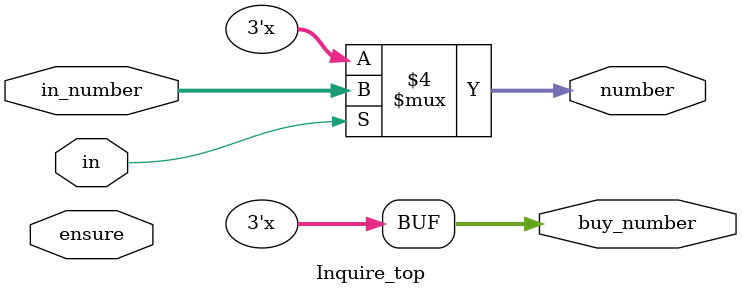
<source format=v>
`timescale 1ns / 1ps


module Inquire_top(
    input [2:0]in_number,//用户查看货道号
    input in,//是否在查询阶段
    input ensure,//确定
    output reg[2:0] number,//查询货道号
    output reg[2:0] buy_number//购买货道号
    );
    always@*
       begin
       if(in)
        number<=in_number;
       if(ensure)
       buy_number=number;
  end
    
    
endmodule

</source>
